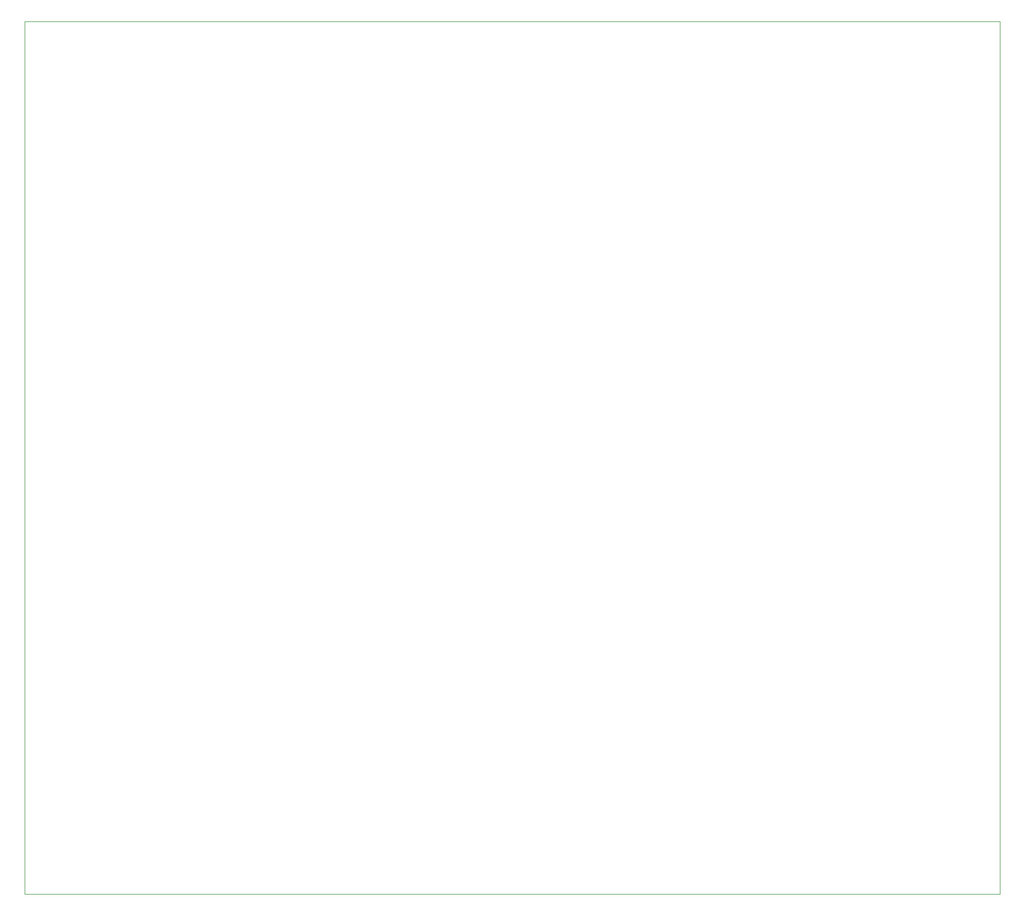
<source format=gbr>
%TF.GenerationSoftware,KiCad,Pcbnew,9.0.6*%
%TF.CreationDate,2025-12-26T23:22:09+00:00*%
%TF.ProjectId,DT,44542e6b-6963-4616-945f-706362585858,rev?*%
%TF.SameCoordinates,Original*%
%TF.FileFunction,Profile,NP*%
%FSLAX46Y46*%
G04 Gerber Fmt 4.6, Leading zero omitted, Abs format (unit mm)*
G04 Created by KiCad (PCBNEW 9.0.6) date 2025-12-26 23:22:09*
%MOMM*%
%LPD*%
G01*
G04 APERTURE LIST*
%TA.AperFunction,Profile*%
%ADD10C,0.050000*%
%TD*%
G04 APERTURE END LIST*
D10*
X-385100000Y50300000D02*
X-231100000Y50300000D01*
X-231100000Y-87500000D01*
X-385100000Y-87500000D01*
X-385100000Y50300000D01*
M02*

</source>
